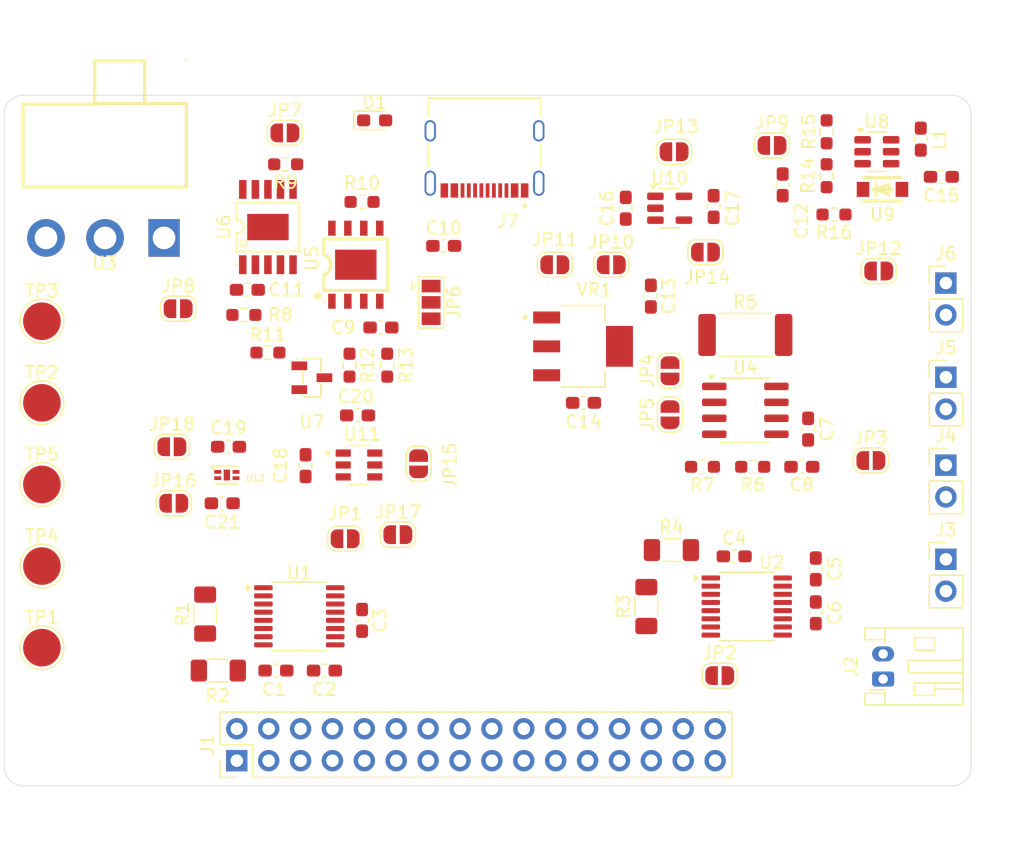
<source format=kicad_pcb>
(kicad_pcb (version 20240108) (generator "pcbnew") (generator_version "8.0")
  (title_block (title "Power Module PCB") (date "2025-03-27") (rev "1") (company "University of Cape Town") (comment 3 "@Author: Athenkosi Khonzani [KHNATH002], Olwethu Khanzi [KHNOLW003]"))
  (layers (0 "F.Cu" signal) (31 "B.Cu" signal) (34 "B.Paste" user) (35 "F.Paste" user) (36 "B.SilkS" user "B.Silkscreen") (37 "F.SilkS" user "F.Silkscreen") (38 "B.Mask" user) (39 "F.Mask" user) (44 "Edge.Cuts" user))
  (net 0 "")
  (net 1 "+5V")
  (net 2 "GND")
  (net 3 "/Motor_Drivers/VCP1")
  (net 4 "Net-(JP12-A)")
  (net 5 "/Motor_Drivers/VCP2")
  (net 6 "+BATT")
  (net 7 "Net-(D1-A)")
  (net 8 "Net-(JP2-A)")
  (net 9 "Net-(JP5-B)")
  (net 10 "Net-(JP9-B)")
  (net 11 "Net-(JP11-A)")
  (net 12 "Net-(D1-K)")
  (net 13 "Net-(U8-SW)")
  (net 14 "/Usb_Charging/DP")
  (net 15 "/Usb_Charging/DM")
  (net 16 "+9V")
  (net 17 "FAST_CHRG_CTRL")
  (net 18 "M3_B_IN")
  (net 19 "M1_A_OUT")
  (net 20 "M4_B_OUT")
  (net 21 "+3.3V")
  (net 22 "M4_B_IN")
  (net 23 "M3_B_OUT")
  (net 24 "SCL")
  (net 25 "M2_B_IN")
  (net 26 "M3_A_IN")
  (net 27 "M4_A_OUT")
  (net 28 "M4_A_IN")
  (net 29 "LOUT2")
  (net 30 "M1_B_OUT")
  (net 31 "M3_A_OUT")
  (net 32 "5V_out")
  (net 33 "SDA")
  (net 34 "M2_B_OUT")
  (net 35 "LCTRL1")
  (net 36 "M2_A_OUT")
  (net 37 "LCTRL2")
  (net 38 "M1_A_IN")
  (net 39 "M1_B_IN")
  (net 40 "M2_A_IN")
  (net 41 "LOUT1")
  (net 42 "LOAD")
  (net 43 "Net-(JP14-A)")
  (net 44 "Net-(JP16-B)")
  (net 45 "/Usb_Charging/RPROG")
  (net 46 "/Usb_Charging/CHRG")
  (net 47 "Net-(U8-FB)")
  (net 48 "LCRTL1")
  (net 50 "Net-(U6-VBUS)")
  (net 52 "Net-(U1-VINT)")
  (net 53 "Net-(JP1-A)")
  (net 54 "Net-(U2-VINT)")
  (net 55 "Net-(JP3-A)")
  (net 56 "Net-(JP10-B)")
  (net 57 "Net-(JP13-B)")
  (net 58 "Net-(JP15-B)")
  (net 59 "Net-(JP17-A)")
  (net 60 "Net-(JP18-A)")
  (net 64 "Net-(J7-CC1)")
  (net 71 "Net-(J7-CC2)")
  (net 72 "Net-(JP4-B)")
  (net 73 "Net-(JP6-C)")
  (net 74 "Net-(JP7-A)")
  (net 75 "Net-(R1-Pad2)")
  (net 76 "Net-(U1-AISEN)")
  (net 77 "Net-(U2-AISEN)")
  (net 78 "Net-(R3-Pad2)")
  (net 79 "Net-(U4-IN+)")
  (net 80 "Net-(U7-B)")
  (net 81 "Net-(U7-C)")
  (net 82 "Net-(R14-Pad2)")
  (footprint "Connector_PinHeader_2.54mm:PinHeader_1x02_P2.54mm_Vertical" (layer "F.Cu") (at 170 106.96)
    (property "Reference" "J3" (at 0 -2.33 0) (layer "F.SilkS"))
    (property "Value" "Conn_01x02_Pin")
    (pad "1" thru_hole rect (at 0 0) (size 1.7 1.7) (drill 1) (layers "*.Cu" "*.Mask") (net 21 "+3.3V"))
    (pad "2" thru_hole oval (at 0 2.54) (size 1.7 1.7) (drill 1) (layers "*.Cu" "*.Mask") (net 2 "GND"))
  )
  (footprint "Capacitor_SMD:C_0603_1608Metric_Pad1.08x0.95mm_HandSolder" (layer "F.Cu") (at 157 77.1375 90)
    (property "Reference" "C12" (at -2.8625 1.5 90) (layer "F.SilkS"))
    (property "Value" "22u")
    (pad "1" smd roundrect (at -0.8625 0 90) (size 1.075 0.95) (layers "F.Cu" "F.Paste" "F.Mask") (net 10 "Net-(JP9-B)"))
    (pad "2" smd roundrect (at 0.8625 0 90) (size 1.075 0.95) (layers "F.Cu" "F.Paste" "F.Mask") (net 2 "GND"))
  )
  (footprint "Capacitor_SMD:C_0603_1608Metric_Pad1.08x0.95mm_HandSolder" (layer "F.Cu") (at 159.6375 107.725 90)
    (property "Reference" "C5" (at 0 1.5 90) (layer "F.SilkS"))
    (property "Value" "10u")
    (pad "1" smd roundrect (at -0.8625 0 90) (size 1.075 0.95) (layers "F.Cu" "F.Paste" "F.Mask") (net 8 "Net-(JP2-A)"))
    (pad "2" smd roundrect (at 0.8625 0 90) (size 1.075 0.95) (layers "F.Cu" "F.Paste" "F.Mask") (net 2 "GND"))
  )
  (footprint "footprint:SOT-23-3_L2.9-W1.3-P1.90-LS2.4-BR" (layer "F.Cu") (at 119.5 92.5 180)
    (property "Reference" "U7" (at 0 -3.526213 360) (layer "F.SilkS"))
    (property "Value" "MMBT5551_C2145")
    (pad "1" smd rect (at 1 0.949962 180) (size 1.250013 0.7) (layers "F.Cu" "F.Paste" "F.Mask") (net 80 "Net-(U7-B)"))
    (pad "2" smd rect (at 1 -0.949962 180) (size 1.250013 0.7) (layers "F.Cu" "F.Paste" "F.Mask") (net 2 "GND"))
    (pad "3" smd rect (at -1 0 180) (size 1.250013 0.7) (layers "F.Cu" "F.Paste" "F.Mask") (net 81 "Net-(U7-C)"))
  )
  (footprint "Resistor_SMD:R_1206_3216Metric_Pad1.30x1.75mm_HandSolder" (layer "F.Cu") (at 146.1375 110.725 90)
    (property "Reference" "R3" (at 0 -1.82 90) (layer "F.SilkS"))
    (property "Value" "100m")
    (pad "1" smd roundrect (at -1.55 0 90) (size 1.3 1.75) (layers "F.Cu" "F.Paste" "F.Mask") (roundrect_rratio 0.192308) (net 77 "Net-(U2-AISEN)"))
    (pad "2" smd roundrect (at 1.55 0 90) (size 1.3 1.75) (layers "F.Cu" "F.Paste" "F.Mask") (roundrect_rratio 0.192308) (net 78 "Net-(R3-Pad2)"))
  )
  (footprint "TestPoint:TestPoint_Pad_D3.0mm" (layer "F.Cu") (at 98 94.5)
    (property "Reference" "TP2" (at 0 -2.398 0) (layer "F.SilkS"))
    (property "Value" "+3.3V")
    (pad "1" smd circle (at 0 0) (size 3 3) (layers "F.Cu" "F.Mask") (net 21 "+3.3V"))
  )
  (footprint "footprint:ESOP-8_L4.9-W3.9-P1.27-LS6.0-BL-EP" (layer "F.Cu") (at 123 83.5)
    (property "Reference" "U5" (at -3.5 -0.5 90) (layer "F.SilkS"))
    (property "Value" "TP4056")
    (pad "1" smd rect (at -1.905004 2.908306) (size 0.6 1.2) (layers "F.Cu" "F.Paste" "F.Mask") (net 2 "GND"))
    (pad "2" smd rect (at -0.635001 2.908306) (size 0.6 1.2) (layers "F.Cu" "F.Paste" "F.Mask") (net 45 "/Usb_Charging/RPROG"))
    (pad "3" smd rect (at 0.635001 2.908306) (size 0.6 1.2) (layers "F.Cu" "F.Paste" "F.Mask") (net 2 "GND"))
    (pad "4" smd rect (at 1.905004 2.908306) (size 0.6 1.2) (layers "F.Cu" "F.Paste" "F.Mask") (net 1 "+5V"))
    (pad "5" smd rect (at 1.905004 -2.908306) (size 0.6 1.2) (layers "F.Cu" "F.Paste" "F.Mask") (net 6 "+BATT"))
    (pad "6" smd rect (at 0.635001 -2.908306) (size 0.6 1.2) (layers "F.Cu" "F.Paste" "F.Mask") (net 2 "GND"))
    (pad "7" smd rect (at -0.635001 -2.908306) (size 0.6 1.2) (layers "F.Cu" "F.Paste" "F.Mask") (net 46 "/Usb_Charging/CHRG"))
    (pad "8" smd rect (at -1.905004 -2.908306) (size 0.6 1.2) (layers "F.Cu" "F.Paste" "F.Mask") (net 1 "+5V"))
    (pad "9" smd rect (at 0 0 180) (size 3.3 2.4) (layers "F.Cu" "F.Paste" "F.Mask") (net 73 "Net-(JP6-C)"))
  )
  (footprint "TestPoint:TestPoint_Pad_D3.0mm" (layer "F.Cu") (at 98 88)
    (property "Reference" "TP3" (at 0 -2.398 0) (layer "F.SilkS"))
    (property "Value" "+5V")
    (pad "1" smd circle (at 0 0) (size 3 3) (layers "F.Cu" "F.Mask") (net 1 "+5V"))
  )
  (footprint "Jumper:SolderJumper-2_P1.3mm_Open_RoundedPad1.0x1.5mm" (layer "F.Cu") (at 128 99.35 90)
    (property "Reference" "JP15" (at -0.15 2.5 90) (layer "F.SilkS"))
    (property "Value" "sip_in_1")
    (pad "1" smd custom (at -0.65 0 90) (size 1 0.5) (layers "F.Cu" "F.Mask") (net 32 "5V_out") (options (clearance outline) (anchor rect)) (primitives (gr_circle (center 0 0.25) (end 0.5 0.25) (width 0) (fill yes)) (gr_circle (center 0 -0.25) (end 0.5 -0.25) (width 0) (fill yes)) (gr_poly (pts (xy 0.5 0.75) (xy 0 0.75) (xy 0 -0.75) (xy 0.5 -0.75)) (width 0) (fill yes))))
    (pad "2" smd custom (at 0.65 0 90) (size 1 0.5) (layers "F.Cu" "F.Mask") (net 58 "Net-(JP15-B)") (options (clearance outline) (anchor rect)) (primitives (gr_circle (center 0 0.25) (end 0.5 0.25) (width 0) (fill yes)) (gr_circle (center 0 -0.25) (end 0.5 -0.25) (width 0) (fill yes)) (gr_poly (pts (xy 0 0.75) (xy -0.5 0.75) (xy -0.5 -0.75) (xy 0 -0.75)) (width 0) (fill yes))))
  )
  (footprint "Resistor_SMD:R_0603_1608Metric_Pad0.98x0.95mm_HandSolder" (layer "F.Cu") (at 160.5 72.9125 90)
    (property "Reference" "R15" (at 0 -1.43 90) (layer "F.SilkS"))
    (property "Value" "10k")
    (pad "1" smd roundrect (at -0.9125 0 90) (size 0.975 0.95) (layers "F.Cu" "F.Paste" "F.Mask") (net 82 "Net-(R14-Pad2)"))
    (pad "2" smd roundrect (at 0.9125 0 90) (size 0.975 0.95) (layers "F.Cu" "F.Paste" "F.Mask") (net 47 "Net-(U8-FB)"))
  )
  (footprint "TestPoint:TestPoint_Pad_D3.0mm" (layer "F.Cu") (at 98 107.5)
    (property "Reference" "TP4" (at 0 -2.398 0) (layer "F.SilkS"))
    (property "Value" "+9V_usb")
    (pad "1" smd circle (at 0 0) (size 3 3) (layers "F.Cu" "F.Mask") (net 16 "+9V"))
  )
  (footprint "Package_SO:TSSOP-16_4.4x5mm_P0.65mm" (layer "F.Cu") (at 118.5 111.5)
    (property "Reference" "U1" (at 0 -3.45 0) (layer "F.SilkS"))
    (property "Value" "DRV8833PW")
    (pad "1" smd roundrect (at -2.8625 -2.275) (size 1.475 0.4) (layers "F.Cu" "F.Paste" "F.Mask") (net 42 "LOAD"))
    (pad "2" smd roundrect (at -2.8625 -1.625) (size 1.475 0.4) (layers "F.Cu" "F.Paste" "F.Mask") (net 19 "M1_A_OUT"))
    (pad "3" smd roundrect (at -2.8625 -0.975) (size 1.475 0.4) (layers "F.Cu" "F.Paste" "F.Mask") (net 76 "Net-(U1-AISEN)"))
    (pad "4" smd roundrect (at -2.8625 -0.325) (size 1.475 0.4) (layers "F.Cu" "F.Paste" "F.Mask") (net 30 "M1_B_OUT"))
    (pad "5" smd roundrect (at -2.8625 0.325) (size 1.475 0.4) (layers "F.Cu" "F.Paste" "F.Mask") (net 34 "M2_B_OUT"))
    (pad "6" smd roundrect (at -2.8625 0.975) (size 1.475 0.4) (layers "F.Cu" "F.Paste" "F.Mask") (net 76 "Net-(U1-AISEN)"))
    (pad "7" smd roundrect (at -2.8625 1.625) (size 1.475 0.4) (layers "F.Cu" "F.Paste" "F.Mask") (net 36 "M2_A_OUT"))
    (pad "8" smd roundrect (at -2.8625 2.275) (size 1.475 0.4) (layers "F.Cu" "F.Paste" "F.Mask"))
    (pad "9" smd roundrect (at 2.8625 2.275) (size 1.475 0.4) (layers "F.Cu" "F.Paste" "F.Mask") (net 40 "M2_A_IN"))
    (pad "10" smd roundrect (at 2.8625 1.625) (size 1.475 0.4) (layers "F.Cu" "F.Paste" "F.Mask") (net 25 "M2_B_IN"))
    (pad "11" smd roundrect (at 2.8625 0.975) (size 1.475 0.4) (layers "F.Cu" "F.Paste" "F.Mask") (net 3 "/Motor_Drivers/VCP1"))
    (pad "12" smd roundrect (at 2.8625 0.325) (size 1.475 0.4) (layers "F.Cu" "F.Paste" "F.Mask") (net 53 "Net-(JP1-A)"))
    (pad "13" smd roundrect (at 2.8625 -0.325) (size 1.475 0.4) (layers "F.Cu" "F.Paste" "F.Mask") (net 2 "GND"))
    (pad "14" smd roundrect (at 2.8625 -0.975) (size 1.475 0.4) (layers "F.Cu" "F.Paste" "F.Mask") (net 52 "Net-(U1-VINT)"))
    (pad "15" smd roundrect (at 2.8625 -1.625) (size 1.475 0.4) (layers "F.Cu" "F.Paste" "F.Mask") (net 39 "M1_B_IN"))
    (pad "16" smd roundrect (at 2.8625 -2.275) (size 1.475 0.4) (layers "F.Cu" "F.Paste" "F.Mask") (net 38 "M1_A_IN"))
  )
  (footprint "Jumper:SolderJumper-2_P1.3mm_Open_RoundedPad1.0x1.5mm" (layer "F.Cu") (at 108.35 98)
    (property "Reference" "JP18" (at 0 -1.8 0) (layer "F.SilkS"))
    (property "Value" "sip_out_2")
    (pad "1" smd custom (at -0.65 0) (size 1 0.5) (layers "F.Cu" "F.Mask") (net 60 "Net-(JP18-A)") (options (clearance outline) (anchor rect)) (primitives (gr_circle (center 0 0.25) (end 0.5 0.25) (width 0) (fill yes)) (gr_circle (center 0 -0.25) (end 0.5 -0.25) (width 0) (fill yes)) (gr_poly (pts (xy 0.5 0.75) (xy 0 0.75) (xy 0 -0.75) (xy 0.5 -0.75)) (width 0) (fill yes))))
    (pad "2" smd custom (at 0.65 0) (size 1 0.5) (layers "F.Cu" "F.Mask") (net 29 "LOUT2") (options (clearance outline) (anchor rect)) (primitives (gr_circle (center 0 0.25) (end 0.5 0.25) (width 0) (fill yes)) (gr_circle (center 0 -0.25) (end 0.5 -0.25) (width 0) (fill yes)) (gr_poly (pts (xy 0 0.75) (xy -0.5 0.75) (xy -0.5 -0.75) (xy 0 -0.75)) (width 0) (fill yes))))
  )
  (footprint "Jumper:SolderJumper-2_P1.3mm_Open_RoundedPad1.0x1.5mm" (layer "F.Cu") (at 122.15 105.325 180)
    (property "Reference" "JP1" (at 0 2 360) (layer "F.SilkS"))
    (property "Value" "+M1_in")
    (pad "1" smd custom (at -0.65 0 180) (size 1 0.5) (layers "F.Cu" "F.Mask") (net 53 "Net-(JP1-A)") (options (clearance outline) (anchor rect)) (primitives (gr_circle (center 0 0.25) (end 0.5 0.25) (width 0) (fill yes)) (gr_circle (center 0 -0.25) (end 0.5 -0.25) (width 0) (fill yes)) (gr_poly (pts (xy 0.5 0.75) (xy 0 0.75) (xy 0 -0.75) (xy 0.5 -0.75)) (width 0) (fill yes))))
    (pad "2" smd custom (at 0.65 0 180) (size 1 0.5) (layers "F.Cu" "F.Mask") (net 42 "LOAD") (options (clearance outline) (anchor rect)) (primitives (gr_circle (center 0 0.25) (end 0.5 0.25) (width 0) (fill yes)) (gr_circle (center 0 -0.25) (end 0.5 -0.25) (width 0) (fill yes)) (gr_poly (pts (xy 0 0.75) (xy -0.5 0.75) (xy -0.5 -0.75) (xy 0 -0.75)) (width 0) (fill yes))))
  )
  (footprint "Resistor_SMD:R_0603_1608Metric_Pad0.98x0.95mm_HandSolder" (layer "F.Cu") (at 122.5 91.5 -90)
    (property "Reference" "R12" (at 0 -1.43 90) (layer "F.SilkS"))
    (property "Value" "2k")
    (pad "1" smd roundrect (at -0.9125 0 270) (size 0.975 0.95) (layers "F.Cu" "F.Paste" "F.Mask") (net 45 "/Usb_Charging/RPROG"))
    (pad "2" smd roundrect (at 0.9125 0 270) (size 0.975 0.95) (layers "F.Cu" "F.Paste" "F.Mask") (net 81 "Net-(U7-C)"))
  )
  (footprint "Capacitor_SMD:C_0603_1608Metric_Pad1.08x0.95mm_HandSolder" (layer "F.Cu") (at 146.5 86 -90)
    (property "Reference" "C13" (at 0 -1.43 90) (layer "F.SilkS"))
    (property "Value" "0.22u")
    (pad "1" smd roundrect (at -0.8625 0 270) (size 1.075 0.95) (layers "F.Cu" "F.Paste" "F.Mask") (net 56 "Net-(JP10-B)"))
    (pad "2" smd roundrect (at 0.8625 0 270) (size 1.075 0.95) (layers "F.Cu" "F.Paste" "F.Mask") (net 2 "GND"))
  )
  (footprint "Capacitor_SMD:C_0603_1608Metric_Pad1.08x0.95mm_HandSolder" (layer "F.Cu") (at 112.8625 98 180)
    (property "Reference" "C19" (at 0 1.5 360) (layer "F.SilkS"))
    (property "Value" "1u")
    (pad "1" smd roundrect (at -0.8625 0 180) (size 1.075 0.95) (layers "F.Cu" "F.Paste" "F.Mask") (net 44 "Net-(JP16-B)"))
    (pad "2" smd roundrect (at 0.8625 0 180) (size 1.075 0.95) (layers "F.Cu" "F.Paste" "F.Mask") (net 2 "GND"))
  )
  (footprint "Jumper:SolderJumper-2_P1.3mm_Open_RoundedPad1.0x1.5mm" (layer "F.Cu") (at 108.5 102.5)
    (property "Reference" "JP16" (at 0 -1.8 0) (layer "F.SilkS"))
    (property "Value" "sip_in_2")
    (pad "1" smd custom (at -0.65 0) (size 1 0.5) (layers "F.Cu" "F.Mask") (net 32 "5V_out") (options (clearance outline) (anchor rect)) (primitives (gr_circle (center 0 0.25) (end 0.5 0.25) (width 0) (fill yes)) (gr_circle (center 0 -0.25) (end 0.5 -0.25) (width 0) (fill yes)) (gr_poly (pts (xy 0.5 0.75) (xy 0 0.75) (xy 0 -0.75) (xy 0.5 -0.75)) (width 0) (fill yes))))
    (pad "2" smd custom (at 0.65 0) (size 1 0.5) (layers "F.Cu" "F.Mask") (net 44 "Net-(JP16-B)") (options (clearance outline) (anchor rect)) (primitives (gr_circle (center 0 0.25) (end 0.5 0.25) (width 0) (fill yes)) (gr_circle (center 0 -0.25) (end 0.5 -0.25) (width 0) (fill yes)) (gr_poly (pts (xy 0 0.75) (xy -0.5 0.75) (xy -0.5 -0.75) (xy 0 -0.75)) (width 0) (fill yes))))
  )
  (footprint "Jumper:SolderJumper-2_P1.3mm_Open_RoundedPad1.0x1.5mm" (layer "F.Cu") (at 143.35 83.5)
    (property "Reference" "JP10" (at 0 -1.8 0) (layer "F.SilkS"))
    (property "Value" "+9V_in")
    (pad "1" smd custom (at -0.65 0) (size 1 0.5) (layers "F.Cu" "F.Mask") (net 16 "+9V") (options (clearance outline) (anchor rect)) (primitives (gr_circle (center 0 0.25) (end 0.5 0.25) (width 0) (fill yes)) (gr_circle (center 0 -0.25) (end 0.5 -0.25) (width 0) (fill yes)) (gr_poly (pts (xy 0.5 0.75) (xy 0 0.75) (xy 0 -0.75) (xy 0.5 -0.75)) (width 0) (fill yes))))
    (pad "2" smd custom (at 0.65 0) (size 1 0.5) (layers "F.Cu" "F.Mask") (net 56 "Net-(JP10-B)") (options (clearance outline) (anchor rect)) (primitives (gr_circle (center 0 0.25) (end 0.5 0.25) (width 0) (fill yes)) (gr_circle (center 0 -0.25) (end 0.5 -0.25) (width 0) (fill yes)) (gr_poly (pts (xy 0 0.75) (xy -0.5 0.75) (xy -0.5 -0.75) (xy 0 -0.75)) (width 0) (fill yes))))
  )
  (footprint "Connector_PinHeader_2.54mm:PinHeader_1x02_P2.54mm_Vertical" (layer "F.Cu") (at 170 84.96)
    (property "Reference" "J6" (at 0 -2.33 0) (layer "F.SilkS"))
    (property "Value" "Conn_01x02_Pin")
    (pad "1" thru_hole rect (at 0 0) (size 1.7 1.7) (drill 1) (layers "*.Cu" "*.Mask") (net 32 "5V_out"))
    (pad "2" thru_hole oval (at 0 2.54) (size 1.7 1.7) (drill 1) (layers "*.Cu" "*.Mask") (net 2 "GND"))
  )
  (footprint "Resistor_SMD:R_0603_1608Metric_Pad0.98x0.95mm_HandSolder" (layer "F.Cu") (at 150.6125 99.595 180)
    (property "Reference" "R7" (at 0 -1.43 360) (layer "F.SilkS"))
    (property "Value" "4.7k")
    (pad "1" smd roundrect (at -0.9125 0 180) (size 0.975 0.95) (layers "F.Cu" "F.Paste" "F.Mask") (net 55 "Net-(JP3-A)"))
    (pad "2" smd roundrect (at 0.9125 0 180) (size 0.975 0.95) (layers "F.Cu" "F.Paste" "F.Mask") (net 9 "Net-(JP5-B)"))
  )
  (footprint "Jumper:SolderJumper-2_P1.3mm_Open_RoundedPad1.0x1.5mm" (layer "F.Cu") (at 151.9875 116.225)
    (property "Reference" "JP2" (at 0 -1.8 0) (layer "F.SilkS"))
    (property "Value" "+M2_in")
    (pad "1" smd custom (at -0.65 0) (size 1 0.5) (layers "F.Cu" "F.Mask") (net 8 "Net-(JP2-A)") (options (clearance outline) (anchor rect)) (primitives (gr_circle (center 0 0.25) (end 0.5 0.25) (width 0) (fill yes)) (gr_circle (center 0 -0.25) (end 0.5 -0.25) (width 0) (fill yes)) (gr_poly (pts (xy 0.5 0.75) (xy 0 0.75) (xy 0 -0.75) (xy 0.5 -0.75)) (width 0) (fill yes))))
    (pad "2" smd custom (at 0.65 0) (size 1 0.5) (layers "F.Cu" "F.Mask") (net 42 "LOAD") (options (clearance outline) (anchor rect)) (primitives (gr_circle (center 0 0.25) (end 0.5 0.25) (width 0) (fill yes)) (gr_circle (center 0 -0.25) (end 0.5 -0.25) (width 0) (fill yes)) (gr_poly (pts (xy 0 0.75) (xy -0.5 0.75) (xy -0.5 -0.75) (xy 0 -0.75)) (width 0) (fill yes))))
  )
  (footprint "TYPE-C-31-M-12:HRO_TYPE-C-31-M-12" (layer "F.Cu") (at 133.25 72.8375 180)
    (property "Reference" "J7" (at -1.85 -7.205 360) (layer "F.SilkS"))
    (property "Value" "TYPE-C-31-M-12")
    (pad "" np_thru_hole circle (at -2.89 -3.68 180) (size 0.6 0.6) (drill 0.6) (layers "*.Cu" "*.Mask"))
    (pad "" np_thru_hole circle (at 2.89 -3.68 180) (size 0.6 0.6) (drill 0.6) (layers "*.Cu" "*.Mask"))
    (pad "A1_B12" smd rect (at -3.2 -4.75 180) (size 0.6 1.14) (layers "F.Cu" "F.Paste") (net 2 "GND"))
    (pad "A4_B9" smd rect (at -2.4 -4.75 180) (size 0.6 1.14) (layers "F.Cu" "F.Paste") (net 16 "+9V"))
    (pad "A5" smd rect (at -1.25 -4.75 180) (size 0.3 1.14) (layers "F.Cu" "F.Paste") (net 64 "Net-(J7-CC1)"))
    (pad "A6" smd rect (at -0.25 -4.75 180) (size 0.3 1.14) (layers "F.Cu" "F.Paste") (net 14 "/Usb_Charging/DP"))
    (pad "A7" smd rect (at 0.25 -4.75 180) (size 0.3 1.14) (layers "F.Cu" "F.Paste") (net 15 "/Usb_Charging/DM"))
    (pad "A8" smd rect (at 1.25 -4.75 180) (size 0.3 1.14) (layers "F.Cu" "F.Paste"))
    (pad "B1_A12" smd rect (at 3.2 -4.75 180) (size 0.6 1.14) (layers "F.Cu" "F.Paste") (net 2 "GND"))
    (pad "B4_A9" smd rect (at 2.4 -4.75 180) (size 0.6 1.14) (layers "F.Cu" "F.Paste") (net 16 "+9V"))
    (pad "B5" smd rect (at 1.75 -4.75 180) (size 0.3 1.14) (layers "F.Cu" "F.Paste") (net 71 "Net-(J7-CC2)"))
    (pad "B6" smd rect (at 0.75 -4.75 180) (size 0.3 1.14) (layers "F.Cu" "F.Paste") (net 14 "/Usb_Charging/DP"))
    (pad "B7" smd rect (at -0.75 -4.75 180) (size 0.3 1.14) (layers "F.Cu" "F.Paste") (net 15 "/Usb_Charging/DM"))
    (pad "B8" smd rect (at -1.75 -4.75 180) (size 0.3 1.14) (layers "F.Cu" "F.Paste"))
    (pad "S1" thru_hole oval (at -4.325 -4.17 180) (size 0.9 2) (drill oval 0.6 1.7) (layers "*.Cu" "*.Mask"))
    (pad "S2" thru_hole oval (at 4.325 -4.17 180) (size 0.9 2) (drill oval 0.6 1.7) (layers "*.Cu" "*.Mask"))
    (pad "S3" thru_hole oval (at -4.325 0 180) (size 0.9 1.7) (drill oval 0.6 1.4) (layers "*.Cu" "*.Mask"))
    (pad "S4" thru_hole oval (at 4.325 0 180) (size 0.9 1.7) (drill oval 0.6 1.4) (layers "*.Cu" "*.Mask"))
  )
  (footprint "footprint:TDFN-4_L1.2-W1.6-P0.50-BL-EP" (layer "F.Cu") (at 112.729972 100.250089 -90)
    (property "Reference" "U12" (at 0.249911 -2.270028 0) (layer "F.SilkS") (effects (font (size 0.5 0.5) (thickness 0.1))))
    (property "Value" "SIP32431DNP3-T1GE4")
    (pad "1" smd rect (at -0.249936 0.729972 90) (size 0.3 0.550013) (layers "F.Cu" "F.Paste" "F.Mask") (net 60 "Net-(JP18-A)"))
    (pad "2" smd rect (at 0.249911 0.729972 90) (size 0.3 0.550013) (layers "F.Cu" "F.Paste" "F.Mask") (net 2 "GND"))
    (pad "3" smd rect (at 0.249911 -0.729997 90) (size 0.3 0.550013) (layers "F.Cu" "F.Paste" "F.Mask") (net 44 "Net-(JP16-B)"))
    (pad "4" smd rect (at -0.249936 -0.729997 90) (size 0.3 0.550013) (layers "F.Cu" "F.Paste" "F.Mask") (net 37 "LCTRL2"))
    (pad "5" smd rect (at 0.000025 -0.000025 180) (size 0.5 0.859995) (layers "F.Cu" "F.Paste" "F.Mask") (net 2 "GND"))
  )
  (footprint "Connector_PinHeader_2.54mm:PinHeader_1x02_P2.54mm_Vertical" (layer "F.Cu") (at 170 99.46)
    (property "Reference" "J4" (at 0 -2.33 0) (layer "F.SilkS"))
    (property "Value" "Conn_01x02_Pin")
    (pad "1" thru_hole rect (at 0 0) (size 1.7 1.7) (drill 1) (layers "*.Cu" "*.Mask") (net 1 "+5V"))
    (pad "2" thru_hole oval (at 0 2.54) (size 1.7 1.7) (drill 1) (layers "*.Cu" "*.Mask") (net 2 "GND"))
  )
  (footprint "Jumper:SolderJumper-2_P1.3mm_Open_RoundedPad1.0x1.5mm" (layer "F.Cu") (at 164.65 84)
    (property "Reference" "JP12" (at 0 -1.8 0) (layer "F.SilkS"))
    (property "Value" "+5_out")
    (pad "1" smd custom (at -0.65 0) (size 1 0.5) (layers "F.Cu" "F.Mask") (net 4 "Net-(JP12-A)") (options (clearance outline) (anchor rect)) (primitives (gr_circle (center 0 0.25) (end 0.5 0.25) (width 0) (fill yes)) (gr_circle (center 0 -0.25) (end 0.5 -0.25) (width 0) (fill yes)) (gr_poly (pts (xy 0.5 0.75) (xy 0 0.75) (xy 0 -0.75) (xy 0.5 -0.75)) (width 0) (fill yes))))
    (pad "2" smd custom (at 0.65 0) (size 1 0.5) (layers "F.Cu" "F.Mask") (net 32 "5V_out") (options (clearance outline) (anchor rect)) (primitives (gr_circle (center 0 0.25) (end 0.5 0.25) (width 0) (fill yes)) (gr_circle (center 0 -0.25) (end 0.5 -0.25) (width 0) (fill yes)) (gr_poly (pts (xy 0 0.75) (xy -0.5 0.75) (xy -0.5 -0.75) (xy 0 -0.75)) (width 0) (fill yes))))
  )
  (footprint "Package_TO_SOT_SMD:SOT-23-5" (layer "F.Cu") (at 148 79)
    (property "Reference" "U10" (at 0 -2.4 0) (layer "F.SilkS"))
    (property "Value" "AP2112K-3.3")
    (pad "1" smd roundrect (at -1.1375 -0.95) (size 1.325 0.6) (layers "F.Cu" "F.Paste" "F.Mask") (net 57 "Net-(JP13-B)"))
    (pad "2" smd roundrect (at -1.1375 0) (size 1.325 0.6) (layers "F.Cu" "F.Paste" "F.Mask") (net 2 "GND"))
    (pad "3" smd roundrect (at -1.1375 0.95) (size 1.325 0.6) (layers "F.Cu" "F.Paste" "F.Mask") (net 57 "Net-(JP13-B)"))
    (pad "4" smd roundrect (at 1.1375 0.95) (size 1.325 0.6) (layers "F.Cu" "F.Paste" "F.Mask"))
    (pad "5" smd roundrect (at 1.1375 -0.95) (size 1.325 0.6) (layers "F.Cu" "F.Paste" "F.Mask") (net 43 "Net-(JP14-A)"))
  )
  (footprint "Jumper:SolderJumper-2_P1.3mm_Open_RoundedPad1.0x1.5mm" (layer "F.Cu") (at 108.85 87)
    (property "Reference" "JP8" (at 0 -1.8 0) (layer "F.SilkS"))
    (property "Value" "+5_ch")
    (pad "1" smd custom (at -0.65 0) (size 1 0.5) (layers "F.Cu" "F.Mask") (net 7 "Net-(D1-A)") (options (clearance outline) (anchor rect)) (primitives (gr_circle (center 0 0.25) (end 0.5 0.25) (width 0) (fill yes)) (gr_circle (center 0 -0.25) (end 0.5 -0.25) (width 0) (fill yes)) (gr_poly (pts (xy 0.5 0.75) (xy 0 0.75) (xy 0 -0.75) (xy 0.5 -0.75)) (width 0) (fill yes))))
    (pad "2" smd custom (at 0.65 0) (size 1 0.5) (layers "F.Cu" "F.Mask") (net 1 "+5V") (options (clearance outline) (anchor rect)) (primitives (gr_circle (center 0 0.25) (end 0.5 0.25) (width 0) (fill yes)) (gr_circle (center 0 -0.25) (end 0.5 -0.25) (width 0) (fill yes)) (gr_poly (pts (xy 0 0.75) (xy -0.5 0.75) (xy -0.5 -0.75) (xy 0 -0.75)) (width 0) (fill yes))))
  )
  (footprint "Capacitor_SMD:C_0603_1608Metric_Pad1.08x0.95mm_HandSolder" (layer "F.Cu") (at 151.5 78.8625 90)
    (property "Reference" "C17" (at -0.1375 1.5 90) (layer "F.SilkS"))
    (property "Value" "1u")
    (pad "1" smd roundrect (at -0.8625 0 90) (size 1.075 0.95) (layers "F.Cu" "F.Paste" "F.Mask") (net 43 "Net-(JP14-A)"))
    (pad "2" smd roundrect (at 0.8625 0 90) (size 1.075 0.95) (layers "F.Cu" "F.Paste" "F.Mask") (net 2 "GND"))
  )
  (footprint "Capacitor_SMD:C_0603_1608Metric_Pad1.08x0.95mm_HandSolder" (layer "F.Cu") (at 112.3625 102.5)
    (property "Reference" "C21" (at 0 1.5 0) (layer "F.SilkS"))
    (property "Value" "100n")
    (pad "1" smd roundrect (at -0.8625 0) (size 1.075 0.95) (layers "F.Cu" "F.Paste" "F.Mask") (net 60 "Net-(JP18-A)"))
    (pad "2" smd roundrect (at 0.8625 0) (size 1.075 0.95) (layers "F.Cu" "F.Paste" "F.Mask") (net 2 "GND"))
  )
  (footprint "Resistor_SMD:R_0603_1608Metric_Pad0.98x0.95mm_HandSolder" (layer "F.Cu") (at 154.6125 99.595 180)
    (property "Reference" "R6" (at 0 -1.43 360) (layer "F.SilkS"))
    (property "Value" "4.7k")
    (pad "1" smd roundrect (at -0.9125 0 180) (size 0.975 0.95) (layers "F.Cu" "F.Paste" "F.Mask") (net 55 "Net-(JP3-A)"))
    (pad "2" smd roundrect (at 0.9125 0 180) (size 0.975 0.95) (layers "F.Cu" "F.Paste" "F.Mask") (net 72 "Net-(JP4-B)"))
  )
  (footprint "Capacitor_SMD:C_0603_1608Metric_Pad1.08x0.95mm_HandSolder" (layer "F.Cu") (at 169.6375 76.5)
    (property "Reference" "C15" (at 0 1.5 0) (layer "F.SilkS"))
    (property "Value" "22u")
    (pad "1" smd roundrect (at -0.8625 0) (size 1.075 0.95) (layers "F.Cu" "F.Paste" "F.Mask") (net 4 "Net-(JP12-A)"))
    (pad "2" smd roundrect (at 0.8625 0) (size 1.075 0.95) (layers "F.Cu" "F.Paste" "F.Mask") (net 2 "GND"))
  )
  (footprint "LM7805MPX_NOPB:VREG_LM7805MPX_NOPB" (layer "F.Cu") (at 141.1 90)
    (property "Reference" "VR1" (at 0.9 -4.5 0) (layer "F.SilkS"))
    (property "Value" "LM7805MPX_NOPB")
    (pad "1" smd rect (at -2.9 -2.3) (size 2.15 0.95) (layers "F.Cu" "F.Paste" "F.Mask") (net 56 "Net-(JP10-B)"))
    (pad "2" smd rect (at -2.9 0) (size 2.15 0.95) (layers "F.Cu" "F.Paste" "F.Mask") (net 2 "GND"))
    (pad "3" smd rect (at -2.9 2.3) (size 2.15 0.95) (layers "F.Cu" "F.Paste" "F.Mask") (net 11 "Net-(JP11-A)"))
    (pad "4" smd rect (at 2.9 0) (size 2.15 3.25) (layers "F.Cu" "F.Paste" "F.Mask") (net 2 "GND"))
  )
  (footprint "Jumper:SolderJumper-2_P1.3mm_Open_RoundedPad1.0x1.5mm" (layer "F.Cu") (at 148.025 95.445 90)
    (property "Reference" "JP5" (at 0 -1.8 90) (layer "F.SilkS"))
    (property "Value" "pp_2")
    (pad "1" smd custom (at -0.65 0 90) (size 1 0.5) (layers "F.Cu" "F.Mask") (net 24 "SCL") (options (clearance outline) (anchor rect)) (primitives (gr_circle (center 0 0.25) (end 0.5 0.25) (width 0) (fill yes)) (gr_circle (center 0 -0.25) (end 0.5 -0.25) (width 0) (fill yes)) (gr_poly (pts (xy 0.5 0.75) (xy 0 0.75) (xy 0 -0.75) (xy 0.5 -0.75)) (width 0) (fill yes))))
    (pad "2" smd custom (at 0.65 0 90) (size 1 0.5) (layers "F.Cu" "F.Mask") (net 9 "Net-(JP5-B)") (options (clearance outline) (anchor rect)) (primitives (gr_circle (center 0 0.25) (end 0.5 0.25) (width 0) (fill yes)) (gr_circle (center 0 -0.25) (end 0.5 -0.25) (width 0) (fill yes)) (gr_poly (pts (xy 0 0.75) (xy -0.5 0.75) (xy -0.5 -0.75) (xy 0 -0.75)) (width 0) (fill yes))))
  )
  (footprint "Resistor_SMD:R_0603_1608Metric_Pad0.98x0.95mm_HandSolder" (layer "F.Cu") (at 125.5 91.5 90)
    (property "Reference" "R13" (at 0 1.5 90) (layer "F.SilkS"))
    (property "Value" "3k")
    (pad "1" smd roundrect (at -0.9125 0 90) (size 0.975 0.95) (layers "F.Cu" "F.Paste" "F.Mask") (net 81 "Net-(U7-C)"))
    (pad "2" smd roundrect (at 0.9125 0 90) (size 0.975 0.95) (layers "F.Cu" "F.Paste" "F.Mask") (net 2 "GND"))
  )
  (footprint "Package_SO:TSSOP-16_4.4x5mm_P0.65mm" (layer "F.Cu") (at 154.1375 110.725)
    (property "Reference" "U2" (at 2 -3.5 0) (layer "F.SilkS"))
    (property "Value" "DRV8833PW")
    (pad "1" smd roundrect (at -2.8625 -2.275) (size 1.475 0.4) (layers "F.Cu" "F.Paste" "F.Mask") (net 42 "LOAD"))
    (pad "2" smd roundrect (at -2.8625 -1.625) (size 1.475 0.4) (layers "F.Cu" "F.Paste" "F.Mask") (net 31 "M3_A_OUT"))
    (pad "3" smd roundrect (at -2.8625 -0.975) (size 1.475 0.4) (layers "F.Cu" "F.Paste" "F.Mask") (net 77 "Net-(U2-AISEN)"))
    (pad "4" smd roundrect (at -2.8625 -0.325) (size 1.475 0.4) (layers "F.Cu" "F.Paste" "F.Mask") (net 23 "M3_B_OUT"))
    (pad "5" smd roundrect (at -2.8625 0.325) (size 1.475 0.4) (layers "F.Cu" "F.Paste" "F.Mask") (net 20 "M4_B_OUT"))
    (pad "6" smd roundrect (at -2.8625 0.975) (size 1.475 0.4) (layers "F.Cu" "F.Paste" "F.Mask") (net 77 "Net-(U2-AISEN)"))
    (pad "7" smd roundrect (at -2.8625 1.625) (size 1.475 0.4) (layers "F.Cu" "F.Paste" "F.Mask") (net 27 "M4_A_OUT"))
    (pad "8" smd roundrect (at -2.8625 2.275) (size 1.475 0.4) (layers "F.Cu" "F.Paste" "F.Mask"))
    (pad "9" smd roundrect (at 2.8625 2.275) (size 1.475 0.4) (layers "F.Cu" "F.Paste" "F.Mask") (net 28 "M4_A_IN"))
    (pad "10" smd roundrect (at 2.8625 1.625) (size 1.475 0.4) (layers "F.Cu" "F.Paste" "F.Mask") (net 22 "M4_B_IN"))
    (pad "11" smd roundrect (at 2.8625 0.975) (size 1.475 0.4) (layers "F.Cu" "F.Paste" "F.Mask") (net 5 "/Motor_Drivers/VCP2"))
    (pad "12" smd roundrect (at 2.8625 0.325) (size 1.475 0.4) (layers "F.Cu" "F.Paste" "F.Mask") (net 8 "Net-(JP2-A)"))
    (pad "13" smd roundrect (at 2.8625 -0.325) (size 1.475 0.4) (layers "F.Cu" "F.Paste" "F.Mask") (net 2 "GND"))
    (pad "14" smd roundrect (at 2.8625 -0.975) (size 1.475 0.4) (layers "F.Cu" "F.Paste" "F.Mask") (net 54 "Net-(U2-VINT)"))
    (pad "15" smd roundrect (at 2.8625 -1.625) (size 1.475 0.4) (layers "F.Cu" "F.Paste" "F.Mask") (net 18 "M3_B_IN"))
    (pad "16" smd roundrect (at 2.8625 -2.275) (size 1.475 0.4) (layers "F.Cu" "F.Paste" "F.Mask") (net 26 "M3_A_IN"))
  )
  (footprint "Resistor_SMD:R_0603_1608Metric_Pad0.98x0.95mm_HandSolder" (layer "F.Cu") (at 161.0875 79.5 180)
    (property "Reference" "R16" (at 0 -1.43 360) (layer "F.SilkS"))
    (property "Value" "15k")
    (pad "1" smd roundrect (at -0.9125 0 180) (size 0.975 0.95) (layers "F.Cu" "F.Paste" "F.Mask") (net 47 "Net-(U8-FB)"))
    (pad "2" smd roundrect (at 0.9125 0 180) (size 0.975 0.95) (layers "F.Cu" "F.Paste" "F.Mask") (net 2 "GND"))
  )
  (footprint "Resistor_SMD:R_0603_1608Metric_Pad0.98x0.95mm_HandSolder" (layer "F.Cu") (at 123.5 78.5 180)
    (property "Reference" "R10" (at 0 1.5 360) (layer "F.SilkS"))
    (property "Value" "1k")
    (pad "1" smd roundrect (at -0.9125 0 180) (size 0.975 0.95) (layers "F.Cu" "F.Paste" "F.Mask") (net 12 "Net-(D1-K)"))
    (pad "2" smd roundrect (at 0.9125 0 180) (size 0.975 0.95) (layers "F.Cu" "F.Paste" "F.Mask") (net 46 "/Usb_Charging/CHRG"))
  )
  (footprint "Capacitor_SMD:C_0603_1608Metric_Pad1.08x0.95mm_HandSolder" (layer "F.Cu") (at 120.5 115.825)
    (property "Reference" "C2" (at 0 1.5 0) (layer "F.SilkS"))
    (property "Value" "10u")
    (pad "1" smd roundrect (at -0.8625 0) (size 1.075 0.95) (layers "F.Cu" "F.Paste" "F.Mask") (net 53 "Net-(JP1-A)"))
    (pad "2" smd roundrect (at 0.8625 0) (size 1.075 0.95) (layers "F.Cu" "F.Paste" "F.Mask") (net 2 "GND"))
  )
  (footprint "Jumper:SolderJumper-2_P1.3mm_Open_RoundedPad1.0x1.5mm" (layer "F.Cu") (at 126.35 105)
    (property "Reference" "JP17" (at 0 -1.8 0) (layer "F.SilkS"))
    (property "Value" "sip_out_1")
    (pad "1" smd custom (at -0.65 0) (size 1 0.5) (layers "F.Cu" "F.Mask") (net 59 "Net-(JP17-A)") (options (clearance outline) (anchor rect)) (primitives (gr_circle (center 0 0.25) (end 0.5 0.25) (width 0) (fill yes)) (gr_circle (center 0 -0.25) (end 0.5 -0.25) (width 0) (fill yes)) (gr_poly (pts (xy 0.5 0.75) (xy 0 0.75) (xy 0 -0.75) (xy 0.5 -0.75)) (width 0) (fill yes))))
    (pad "2" smd custom (at 0.65 0) (size 1 0.5) (layers "F.Cu" "F.Mask") (net 41 "LOUT1") (options (clearance outline) (anchor rect)) (primitives (gr_circle (center 0 0.25) (end 0.5 0.25) (width 0) (fill yes)) (gr_circle (center 0 -0.25) (end 0.5 -0.25) (width 0) (fill yes)) (gr_poly (pts (xy 0 0.75) (xy -0.5 0.75) (xy -0.5 -0.75) (xy 0 -0.75)) (width 0) (fill yes))))
  )
  (footprint "footprint:SW-TH_3P-P4.70_L11.1-W12.7" (layer "F.Cu") (at 103.024994 81.3635 180)
    (property "Reference" "U3" (at 0.024994 -2 360) (layer "F.SilkS"))
    (property "Value" "SS-12D06L5")
    (pad "1" thru_hole rect (at -4.700025 0 180) (size 2.5 3) (drill 1.8) (layers "*.Cu" "*.Mask") (net 79 "Net-(U4-IN+)"))
    (pad "2" thru_hole circle (at 0 0 180) (size 3 3) (drill 1.8) (layers "*.Cu" "*.Mask") (net 6 "+BATT"))
    (pad "3" thru_hole circle (at 4.700025 0 180) (size 3 3) (drill 1.8) (layers "*.Cu" "*.Mask"))
  )
  (footprint "footprint:ESSOP-10_L4.9-W3.9-P1.0-LS6.0-TL-EP" (layer "F.Cu") (at 116 80.5)
    (property "Reference" "U6" (at -3.499924 -0.000127 90) (layer "F.SilkS"))
    (property "Value" "CH224K")
    (pad "1" smd rect (at -1.999924 3.000127 90) (size 1.5 0.6) (layers "F.Cu" "F.Paste" "F.Mask") (net 1 "+5V"))
    (pad "2" smd rect (at -0.999924 3.000127 90) (size 1.5 0.6) (layers "F.Cu" "F.Paste" "F.Mask") (net 2 "GND"))
    (pad "3" smd rect (at 0.000076 3.000127 90) (size 1.5 0.6) (layers "F.Cu" "F.Paste" "F.Mask") (net 2 "GND"))
    (pad "4" smd rect (at 1.000076 3.000127 90) (size 1.5 0.6) (layers "F.Cu" "F.Paste" "F.Mask") (net 14 "/Usb_Charging/DP"))
    (pad "5" smd rect (at 2.000076 3.000127 90) (size 1.5 0.6) (layers "F.Cu" "F.Paste" "F.Mask") (net 15 "/Usb_Charging/DM"))
    (pad "6" smd rect (at 2.000076 -2.999873 90) (size 1.5 0.6) (layers "F.Cu" "F.Paste" "F.Mask") (net 64 "Net-(J7-CC1)"))
    (pad "7" smd rect (at 1.000076 -3.000127 90) (size 1.5 0.6) (layers "F.Cu" "F.Paste" "F.Mask") (net 71 "Net-(J7-CC2)"))
    (pad "8" smd rect (at 0.000076 -3.000127 90) (size 1.5 0.6) (layers "F.Cu" "F.Paste" "F.Mask") (net 50 "Net-(U6-VBUS)"))
    (pad "9" smd rect (at -0.999924 -3.000127 90) (size 1.5 0.6) (layers "F.Cu" "F.Paste" "F.Mask") (net 2 "GND"))
    (pad "10" smd rect (at -1.999924 -2.999873 90) (size 1.5 0.6) (layers "F.Cu" "F.Paste" "F.Mask"))
    (pad "11" smd rect (at 0.000076 -0.000127 180) (size 3.3 2.1) (layers "F.Cu" "F.Paste" "F.Mask") (net 2 "GND"))
  )
  (footprint "Resistor_SMD:R_0603_1608Metric_Pad0.98x0.95mm_HandSolder" (layer "F.Cu") (at 116 90.5)
    (property "Reference" "R11" (at 0 -1.43 0) (layer "F.SilkS"))
    (property "Value" "1k")
    (pad "1" smd roundrect (at -0.9125 0) (size 0.975 0.95) (layers "F.Cu" "F.Paste" "F.Mask") (net 17 "FAST_CHRG_CTRL"))
    (pad "2" smd roundrect (at 0.9125 0) (size 0.975 0.95) (layers "F.Cu" "F.Paste" "F.Mask") (net 80 "Net-(U7-B)"))
  )
  (footprint "Capacitor_SMD:C_0603_1608Metric_Pad1.08x0.95mm_HandSolder" (layer "F.Cu") (at 125 88.5 180)
    (property "Reference" "C9" (at 3 0 360) (layer "F.SilkS"))
    (property "Value" "10u")
    (pad "1" smd roundrect (at -0.8625 0 180) (size 1.075 0.95) (layers "F.Cu" "F.Paste" "F.Mask") (net 7 "Net-(D1-A)"))
    (pad "2" smd roundrect (at 0.8625 0 180) (size 1.075 0.95) (layers "F.Cu" "F.Paste" "F.Mask") (net 2 "GND"))
  )
  (footprint "Capacitor_SMD:C_0603_1608Metric_Pad1.08x0.95mm_HandSolder" (layer "F.Cu") (at 123.1375 95.5 180)
    (property "Reference" "C20" (at 0.1375 1.5 360) (layer "F.SilkS"))
    (property "Value" "22u")
    (pad "1" smd roundrect (at -0.8625 0 180) (size 1.075 0.95) (layers "F.Cu" "F.Paste" "F.Mask") (net 59 "Net-(JP17-A)"))
    (pad "2" smd roundrect (at 0.8625 0 180) (size 1.075 0.95) (layers "F.Cu" "F.Paste" "F.Mask") (net 2 "GND"))
  )
  (footprint "Jumper:SolderJumper-2_P1.3mm_Open_RoundedPad1.0x1.5mm" (layer "F.Cu") (at 148.025 91.945 90)
    (property "Reference" "JP4" (at 0 -1.8 90) (layer "F.SilkS"))
    (property "Value" "pp_1")
    (pad "1" smd custom (at -0.65 0 90) (size 1 0.5) (layers "F.Cu" "F.Mask") (net 33 "SDA") (options (clearance outline) (anchor rect)) (primitives (gr_circle (center 0 0.25) (end 0.5 0.25) (width 0) (fill yes)) (gr_circle (center 0 -0.25) (end 0.5 -0.25) (width 0) (fill yes)) (gr_poly (pts (xy 0.5 0.75) (xy 0 0.75) (xy 0 -0.75) (xy 0.5 -0.75)) (width 0) (fill yes))))
    (pad "2" smd custom (at 0.65 0 90) (size 1 0.5) (layers "F.Cu" "F.Mask") (net 72 "Net-(JP4-B)") (options (clearance outline) (anchor rect)) (primitives (gr_circle (center 0 0.25) (end 0.5 0.25) (width 0) (fill yes)) (gr_circle (center 0 -0.25) (end 0.5 -0.25) (width 0) (fill yes)) (gr_poly (pts (xy 0 0.75) (xy -0.5 0.75) (xy -0.5 -0.75) (xy 0 -0.75)) (width 0) (fill yes))))
  )
  (footprint "Connector_JST:JST_PH_S2B-PH-K_1x02_P2.00mm_Horizontal" (layer "F.Cu") (at 165 116.5 90)
    (property "Reference" "J2" (at 1 -2.55 90) (layer "F.SilkS"))
    (property "Value" "Conn_01x02_Pin")
    (pad "1" thru_hole roundrect (at 0 0 90) (size 1.2 1.75) (drill 0.75) (layers "*.Cu" "*.Mask") (roundrect_rratio 0.208333) (net 6 "+BATT"))
    (pad "2" thru_hole oval (at 2 0 90) (size 1.2 1.75) (drill 0.75) (layers "*.Cu" "*.Mask") (net 2 "GND"))
  )
  (footprint "Jumper:SolderJumper-2_P1.3mm_Open_RoundedPad1.0x1.5mm" (layer "F.Cu") (at 138.85 83.5 180)
    (property "Reference" "JP11" (at 0 2 360) (layer "F.SilkS"))
    (property "Value" "+5v_l")
    (pad "1" smd custom (at -0.65 0 180) (size 1 0.5) (layers "F.Cu" "F.Mask") (net 11 "Net-(JP11-A)") (options (clearance outline) (anchor rect)) (primitives (gr_circle (center 0 0.25) (end 0.5 0.25) (width 0) (fill yes)) (gr_circle (center 0 -0.25) (end 0.5 -0.25) (width 0) (fill yes)) (gr_poly (pts (xy 0.5 0.75) (xy 0 0.75) (xy 0 -0.75) (xy 0.5 -0.75)) (width 0) (fill yes))))
    (pad "2" smd custom (at 0.65 0 180) (size 1 0.5) (layers "F.Cu" "F.Mask") (net 1 "+5V") (options (clearance outline) (anchor rect)) (primitives (gr_circle (center 0 0.25) (end 0.5 0.25) (width 0) (fill yes)) (gr_circle (center 0 -0.25) (end 0.5 -0.25) (width 0) (fill yes)) (gr_poly (pts (xy 0 0.75) (xy -0.5 0.75) (xy -0.5 -0.75) (xy 0 -0.75)) (width 0) (fill yes))))
  )
  (footprint "Capacitor_SMD:C_0603_1608Metric_Pad1.08x0.95mm_HandSolder" (layer "F.Cu") (at 114.362576 85.499873)
    (property "Reference" "C11" (at 3.137424 0.000127 0) (layer "F.SilkS"))
    (property "Value" "1u")
    (pad "1" smd roundrect (at -0.8625 0) (size 1.075 0.95) (layers "F.Cu" "F.Paste" "F.Mask") (net 1 "+5V"))
    (pad "2" smd roundrect (at 0.8625 0) (size 1.075 0.95) (layers "F.Cu" "F.Paste" "F.Mask") (net 2 "GND"))
  )
  (footprint "Capacitor_SMD:C_0603_1608Metric_Pad1.08x0.95mm_HandSolder" (layer "F.Cu") (at 119 99.5 -90)
    (property "Reference" "C18" (at 0 2 90) (layer "F.SilkS"))
    (property "Value" "1u")
    (pad "1" smd roundrect (at -0.8625 0 270) (size 1.075 0.95) (layers "F.Cu" "F.Paste" "F.Mask") (net 58 "Net-(JP15-B)"))
    (pad "2" smd roundrect (at 0.8625 0 270) (size 1.075 0.95) (layers "F.Cu" "F.Paste" "F.Mask") (net 2 "GND"))
  )
  (footprint "Package_SO:SOIC-8_3.9x4.9mm_P1.27mm" (layer "F.Cu") (at 154.025 95.095)
    (property "Reference" "U4" (at 0 -3.4 0) (layer "F.SilkS"))
    (property "Value" "INA219AxD")
    (pad "1" smd roundrect (at -2.475 -1.905) (size 1.95 0.6) (layers "F.Cu" "F.Paste" "F.Mask") (net 21 "+3.3V"))
    (pad "2" smd roundrect (at -2.475 -0.635) (size 1.95 0.6) (layers "F.Cu" "F.Paste" "F.Mask") (net 2 "GND"))
    (pad "3" smd roundrect (at -2.475 0.635) (size 1.95 0.6) (layers "F.Cu" "F.Paste" "F.Mask") (net 33 "SDA"))
    (pad "4" smd roundrect (at -2.475 1.905) (size 1.95 0.6) (layers "F.Cu" "F.Paste" "F.Mask") (net 24 "SCL"))
    (pad "5" smd roundrect (at 2.475 1.905) (size 1.95 0.6) (layers "F.Cu" "F.Paste" "F.Mask") (net 55 "Net-(JP3-A)"))
    (pad "6" smd roundrect (at 2.475 0.635) (size 1.95 0.6) (layers "F.Cu" "F.Paste" "F.Mask") (net 2 "GND"))
    (pad "7" smd roundrect (at 2.475 -0.635) (size 1.95 0.6) (layers "F.Cu" "F.Paste" "F.Mask") (net 42 "LOAD"))
    (pad "8" smd roundrect (at 2.475 -1.905) (size 1.95 0.6) (layers "F.Cu" "F.Paste" "F.Mask") (net 79 "Net-(U4-IN+)"))
  )
  (footprint "Capacitor_SMD:C_0603_1608Metric_Pad1.08x0.95mm_HandSolder" (layer "F.Cu") (at 153.1375 106.725)
    (property "Reference" "C4" (at 0 -1.43 0) (layer "F.SilkS"))
    (property "Value" "2.2u")
    (pad "1" smd roundrect (at -0.8625 0) (size 1.075 0.95) (layers "F.Cu" "F.Paste" "F.Mask") (net 2 "GND"))
    (pad "2" smd roundrect (at 0.8625 0) (size 1.075 0.95) (layers "F.Cu" "F.Paste" "F.Mask") (net 54 "Net-(U2-VINT)"))
  )
  (footprint "Capacitor_SMD:C_0603_1608Metric_Pad1.08x0.95mm_HandSolder" (layer "F.Cu") (at 144.5 79 -90)
    (property "Reference" "C16" (at 0 1.5 90) (layer "F.SilkS"))
    (property "Value" "1u")
    (pad "1" smd roundrect (at -0.8625 0 270) (size 1.075 0.95) (layers "F.Cu" "F.Paste" "F.Mask") (net 57 "Net-(JP13-B)"))
    (pad "2" smd roundrect (at 0.8625 0 270) (size 1.075 0.95) (layers "F.Cu" "F.Paste" "F.Mask") (net 2 "GND"))
  )
  (footprint "Capacitor_SMD:C_0603_1608Metric_Pad1.08x0.95mm_HandSolder" (layer "F.Cu") (at 159.025 96.595 90)
    (property "Reference" "C7" (at 0 1.5 90) (layer "F.SilkS"))
    (property "Value" "10u")
    (pad "1" smd roundrect (at -0.8625 0 90) (size 1.075 0.95) (layers "F.Cu" "F.Paste" "F.Mask") (net 55 "Net-(JP3-A)"))
    (pad "2" smd roundrect (at 0.8625 0 90) (size 1.075 0.95) (layers "F.Cu" "F.Paste" "F.Mask") (net 2 "GND"))
  )
  (footprint "Capacitor_SMD:C_0603_1608Metric_Pad1.08x0.95mm_HandSolder" (layer "F.Cu") (at 158.525 99.595 180)
    (property "Reference" "C8" (at 0 -1.43 360) (layer "F.SilkS"))
    (property "Value" "0.1u")
    (pad "1" smd roundrect (at -0.8625 0 180) (size 1.075 0.95) (layers "F.Cu" "F.Paste" "F.Mask") (net 55 "Net-(JP3-A)"))
    (pad "2" smd roundrect (at 0.8625 0 180) (size 1.075 0.95) (layers "F.Cu" "F.Paste" "F.Mask") (net 2 "GND"))
  )
  (footprint "Resistor_SMD:R_0603_1608Metric_Pad0.98x0.95mm_HandSolder" (layer "F.Cu") (at 117.412576 75.499873 180)
    (property "Reference" "R9" (at 0 -1.43 360) (layer "F.SilkS"))
    (property "Value" "10k")
    (pad "1" smd roundrect (at -0.9125 0 180) (size 0.975 0.95) (layers "F.Cu" "F.Paste" "F.Mask") (net 16 "+9V"))
    (pad "2" smd roundrect (at 0.9125 0 180) (size 0.975 0.95) (layers "F.Cu" "F.Paste" "F.Mask") (net 50 "Net-(U6-VBUS)"))
  )
  (footprint "Resistor_SMD:R_0603_1608Metric_Pad0.98x0.95mm_HandSolder" (layer "F.Cu") (at 114.087576 87.499873 180)
    (property "Reference" "R8" (at -2.912424 -0.000127 360) (layer "F.SilkS"))
    (property "Value" "1k")
    (pad "1" smd roundrect (at -0.9125 0 180) (size 0.975 0.95) (layers "F.Cu" "F.Paste" "F.Mask") (net 74 "Net-(JP7-A)"))
    (pad "2" smd roundrect (at 0.9125 0 180) (size 0.975 0.95) (layers "F.Cu" "F.Paste" "F.Mask") (net 1 "+5V"))
  )
  (footprint "Jumper:SolderJumper-2_P1.3mm_Open_RoundedPad1.0x1.5mm" (layer "F.Cu") (at 156.15 74)
    (property "Reference" "JP9" (at 0 -1.8 0) (layer "F.SilkS"))
    (property "Value" "+3.7_b")
    (pad "1" smd custom (at -0.65 0) (size 1 0.5) (layers "F.Cu" "F.Mask") (net 42 "LOAD") (options (clearance outline) (anchor rect)) (primitives (gr_circle (center 0 0.25) (end 0.5 0.25) (width 0) (fill yes)) (gr_circle (center 0 -0.25) (end 0.5 -0.25) (width 0) (fill yes)) (gr_poly (pts (xy 0.5 0.75) (xy 0 0.75) (xy 0 -0.75) (xy 0.5 -0.75)) (width 0) (fill yes))))
    (pad "2" smd custom (at 0.65 0) (size 1 0.5) (layers "F.Cu" "F.Mask") (net 10 "Net-(JP9-B)") (options (clearance outline) (anchor rect)) (primitives (gr_circle (center 0 0.25) (end 0.5 0.25) (width 0) (fill yes)) (gr_circle (center 0 -0.25) (end 0.5 -0.25) (width 0) (fill yes)) (gr_poly (pts (xy 0 0.75) (xy -0.5 0.75) (xy -0.5 -0.75) (xy 0 -0.75)) (width 0) (fill yes))))
  )
  (footprint "Resistor_SMD:R_1206_3216Metric_Pad1.30x1.75mm_HandSolder" (layer "F.Cu") (at 148.1375 106.225)
    (property "Reference" "R4" (at 0 -1.82 0) (layer "F.SilkS"))
    (property "Value" "100m")
    (pad "1" smd roundrect (at -1.55 0) (size 1.3 1.75) (layers "F.Cu" "F.Paste" "F.Mask") (roundrect_rratio 0.192308) (net 78 "Net-(R3-Pad2)"))
    (pad "2" smd roundrect (at 1.55 0) (size 1.3 1.75) (layers "F.Cu" "F.Paste" "F.Mask") (roundrect_rratio 0.192308) (net 2 "GND"))
  )
  (footprint "Jumper:SolderJumper-2_P1.3mm_Open_RoundedPad1.0x1.5mm" (layer "F.Cu") (at 148.35 74.5 180)
    (property "Reference" "JP13" (at -0.15 2 360) (layer "F.SilkS"))
    (property "Value" "+3.7_l")
    (pad "1" smd custom (at -0.65 0 180) (size 1 0.5) (layers "F.Cu" "F.Mask") (net 42 "LOAD") (options (clearance outline) (anchor rect)) (primitives (gr_circle (center 0 0.25) (end 0.5 0.25) (width 0) (fill yes)) (gr_circle (center 0 -0.25) (end 0.5 -0.25) (width 0) (fill yes)) (gr_poly (pts (xy 0.5 0.75) (xy 0 0.75) (xy 0 -0.75) (xy 0.5 -0.75)) (width 0) (fill yes))))
    (pad "2" smd custom (at 0.65 0 180) (size 1 0.5) (layers "F.Cu" "F.Mask") (net 57 "Net-(JP13-B)") (options (clearance outline) (anchor rect)) (primitives (gr_circle (center 0 0.25) (end 0.5 0.25) (width 0) (fill yes)) (gr_circle (center 0 -0.25) (end 0.5 -0.25) (width 0) (fill yes)) (gr_poly (pts (xy 0 0.75) (xy -0.5 0.75) (xy -0.5 -0.75) (xy 0 -0.75)) (width 0) (fill yes))))
  )
  (footprint "Resistor_SMD:R_1206_3216Metric_Pad1.30x1.75mm_HandSolder" (layer "F.Cu") (at 112.05 115.825)
    (property "Reference" "R2" (at -0.05 2 0) (layer "F.SilkS"))
    (property "Value" "100m")
    (pad "1" smd roundrect (at -1.55 0) (size 1.3 1.75) (layers "F.Cu" "F.Paste" "F.Mask") (roundrect_rratio 0.192308) (net 75 "Net-(R1-Pad2)"))
    (pad "2" smd roundrect (at 1.55 0) (size 1.3 1.75) (layers "F.Cu" "F.Paste" "F.Mask") (roundrect_rratio 0.192308) (net 2 "GND"))
  )
  (footprint "Package_TO_SOT_SMD:SOT-23-6" (layer "F.Cu") (at 164.5 74.5)
    (property "Reference" "U8" (at 0 -2.4 0) (layer "F.SilkS"))
    (property "Value" "MT3608")
    (pad "1" smd roundrect (at -1.1375 -0.95) (size 1.325 0.6) (layers "F.Cu" "F.Paste" "F.Mask") (net 13 "Net-(U8-SW)"))
    (pad "2" smd roundrect (at -1.1375 0) (size 1.325 0.6) (layers "F.Cu" "F.Paste" "F.Mask") (net 2 "GND"))
    (pad "3" smd roundrect (at -1.1375 0.95) (size 1.325 0.6) (layers "F.Cu" "F.Paste" "F.Mask") (net 47 "Net-(U8-FB)"))
    (pad "4" smd roundrect (at 1.1375 0.95) (size 1.325 0.6) (layers "F.Cu" "F.Paste" "F.Mask") (net 10 "Net-(JP9-B)"))
    (pad "5" smd roundrect (at 1.1375 0) (size 1.325 0.6) (layers "F.Cu" "F.Paste" "F.Mask") (net 10 "Net-(JP9-B)"))
    (pad "6" smd roundrect (at 1.1375 -0.95) (size 1.325 0.6) (layers "F.Cu" "F.Paste" "F.Mask"))
  )
  (footprint "Capacitor_SMD:C_0603_1608Metric_Pad1.08x0.95mm_HandSolder" (layer "F.Cu") (at 116.6375 115.825)
    (property "Reference" "C1" (at -0.1375 1.5 0) (layer "F.SilkS"))
    (property "Value" "2.2u")
    (pad "1" smd roundrect (at -0.8625 0) (size 1.075 0.95) (layers "F.Cu" "F.Paste" "F.Mask") (net 2 "GND"))
    (pad "2" smd roundrect (at 0.8625 0) (size 1.075 0.95) (layers "F.Cu" "F.Paste" "F.Mask") (net 52 "Net-(U1-VINT)"))
  )
  (footprint "Jumper:SolderJumper-2_P1.3mm_Open_RoundedPad1.0x1.5mm" (layer "F.Cu") (at 117.350076 72.999873)
    (property "Reference" "JP7" (at 0 -1.8 0) (layer "F.SilkS"))
    (property "Value" "+9_main")
    (pad "1" smd custom (at -0.65 0) (size 1 0.5) (layers "F.Cu" "F.Mask") (net 74 "Net-(JP7-A)") (options (clearance outline) (anchor rect)) (primitives (gr_circle (center 0 0.25) (end 0.5 0.25) (width 0) (fill yes)) (gr_circle (center 0 -0.25) (end 0.5 -0.25) (width 0) (fill yes)) (gr_poly (pts (xy 0.5 0.75) (xy 0 0.75) (xy 0 -0.75) (xy 0.5 -0.75)) (width 0) (fill yes))))
    (pad "2" smd custom (at 0.65 0) (size 1 0.5) (layers "F.Cu" "F.Mask") (net 16 "+9V") (options (clearance outline) (anchor rect)) (primitives (gr_circle (center 0 0.25) (end 0.5 0.25) (width 0) (fill yes)) (gr_circle (center 0 -0.25) (end 0.5 -0.25) (width 0) (fill yes)) (gr_poly (pts (xy 0 0.75) (xy -0.5 0.75) (xy -0.5 -0.75) (xy 0 -0.75)) (width 0) (fill yes))))
  )
  (footprint "Connector_PinHeader_2.54mm:PinHeader_2x16_P2.54mm_Vertical" (layer "F.Cu") (at 113.52 123 90)
    (property "Reference" "J1" (at 1.27 -2.33 90) (layer "F.SilkS"))
    (property "Value" "Conn_02x16_Odd_Even")
    (pad "1" thru_hole rect (at 0 0 90) (size 1.7 1.7) (drill 1) (layers "*.Cu" "*.Mask") (net 34 "M2_B_OUT"))
    (pad "2" thru_hole oval (at 2.54 0 90) (size 1.7 1.7) (drill 1) (layers "*.Cu" "*.Mask") (net 36 "M2_A_OUT"))
    (pad "3" thru_hole oval (at 0 2.54 90) (size 1.7 1.7) (drill 1) (layers "*.Cu" "*.Mask") (net 27 "M4_A_OUT"))
    (pad "4" thru_hole oval (at 2.54 2.54 90) (size 1.7 1.7) (drill 1) (layers "*.Cu" "*.Mask") (net 40 "M2_A_IN"))
    (pad "5" thru_hole oval (at 0 5.08 90) (size 1.7 1.7) (drill 1) (layers "*.Cu" "*.Mask") (net 20 "M4_B_OUT"))
    (pad "6" thru_hole oval (at 2.54 5.08 90) (size 1.7 1.7) (drill 1) (layers "*.Cu" "*.Mask") (net 25 "M2_B_IN"))
    (pad "7" thru_hole oval (at 0 7.62 90) (size 1.7 1.7) (drill 1) (layers "*.Cu" "*.Mask") (net 37 "LCTRL2"))
    (pad "8" thru_hole oval (at 2.54 7.62 90) (size 1.7 1.7) (drill 1) (layers "*.Cu" "*.Mask") (net 28 "M4_A_IN"))
    (pad "9" thru_hole oval (at 0 10.16 90) (size 1.7 1.7) (drill 1) (layers "*.Cu" "*.Mask"))
    (pad "10" thru_hole oval (at 2.54 10.16 90) (size 1.7 1.7) (drill 1) (layers "*.Cu" "*.Mask") (net 22 "M4_B_IN"))
    (pad "11" thru_hole oval (at 0 12.7 90) (size 1.7 1.7) (drill 1) (layers "*.Cu" "*.Mask") (net 29 "LOUT2"))
    (pad "12" thru_hole oval (at 2.54 12.7 90) (size 1.7 1.7) (drill 1) (layers "*.Cu" "*.Mask"))
    (pad "13" thru_hole oval (at 0 15.24 90) (size 1.7 1.7) (drill 1) (layers "*.Cu" "*.Mask") (net 17 "FAST_CHRG_CTRL"))
    (pad "14" thru_hole oval (at 2.54 15.24 90) (size 1.7 1.7) (drill 1) (layers "*.Cu" "*.Mask") (net 6 "+BATT"))
    (pad "15" thru_hole oval (at 0 17.78 90) (size 1.7 1.7) (drill 1) (layers "*.Cu" "*.Mask"))
    (pad "16" thru_hole oval (at 2.54 17.78 90) (size 1.7 1.7) (drill 1) (layers "*.Cu" "*.Mask") (net 24 "SCL"))
    (pad "17" thru_hole oval (at 0 20.32 90) (size 1.7 1.7) (drill 1) (layers "*.Cu" "*.Mask") (net 33 "SDA"))
    (pad "18" thru_hole oval (at 2.54 20.32 90) (size 1.7 1.7) (drill 1) (layers "*.Cu" "*.Mask") (net 21 "+3.3V"))
    (pad "19" thru_hole oval (at 0 22.86 90) (size 1.7 1.7) (drill 1) (layers "*.Cu" "*.Mask") (net 2 "GND"))
    (pad "20" thru_hole oval (at 2.54 22.86 90) (size 1.7 1.7) (drill 1) (layers "*.Cu" "*.Mask") (net 32 "5V_out"))
    (pad "21" thru_hole oval (at 0 25.4 90) (size 1.7 1.7) (drill 1) (layers "*.Cu" "*.Mask") (net 41 "LOUT1"))
    (pad "22" thru_hole oval (at 2.54 25.4 90) (size 1.7 1.7) (drill 1) (layers "*.Cu" "*.Mask") (net 16 "+9V"))
    (pad "23" thru_hole oval (at 0 27.94 90) (size 1.7 1.7) (drill 1) (layers "*.Cu" "*.Mask") (net 2 "GND"))
    (pad "24" thru_hole oval (at 2.54 27.94 90) (size 1.7 1.7) (drill 1) (layers "*.Cu" "*.Mask") (net 26 "M3_A_IN"))
    (pad "25" thru_hole oval (at 0 30.48 90) (size 1.7 1.7) (drill 1) (layers "*.Cu" "*.Mask") (net 35 "LCTRL1"))
    (pad "26" thru_hole oval (at 2.54 30.48 90) (size 1.7 1.7) (drill 1) (layers "*.Cu" "*.Mask") (net 18 "M3_B_IN"))
    (pad "27" thru_hole oval (at 0 33.02 90) (size 1.7 1.7) (drill 1) (layers "*.Cu" "*.Mask") (net 31 "M3_A_OUT"))
    (pad "28" thru_hole oval (at 2.54 33.02 90) (size 1.7 1.7) (drill 1) (layers "*.Cu" "*.Mask") (net 38 "M1_A_IN"))
    (pad "29" thru_hole oval (at 0 35.56 90) (size 1.7 1.7) (drill 1) (layers "*.Cu" "*.Mask") (net 23 "M3_B_OUT"))
    (pad "30" thru_hole oval (at 2.54 35.56 90) (size 1.7 1.7) (drill 1) (layers "*.Cu" "*.Mask") (net 39 "M1_B_IN"))
    (pad "31" thru_hole oval (at 0 38.1 90) (size 1.7 1.7) (drill 1) (layers "*.Cu" "*.Mask") (net 30 "M1_B_OUT"))
    (pad "32" thru_hole oval (at 2.54 38.1 90) (size 1.7 1.7) (drill 1) (layers "*.Cu" "*.Mask") (net 19 "M1_A_OUT"))
  )
  (footprint "Jumper:SolderJumper-2_P1.3mm_Open_RoundedPad1.0x1.5mm" (layer "F.Cu") (at 150.85 82.5)
    (property "Reference" "JP14" (at 0.15 2 0) (layer "F.SilkS"))
    (property "Value" "+3.3_l2")
    (pad "1" smd custom (at -0.65 0) (size 1 0.5) (layers "F.Cu" "F.Mask") (net 43 "Net-(JP14-A)") (options (clearance outline) (anchor rect)) (primitives (gr_circle (center 0 0.25) (end 0.5 0.25) (width 0) (fill yes)) (gr_circle (center 0 -0.25) (end 0.5 -0.25) (width 0) (fill yes)) (gr_poly (pts (xy 0.5 0.75) (xy 0 0.75) (xy 0 -0.75) (xy 0.5 -0.75)) (width 0) (fill yes))))
    (pad "2" smd custom (at 0.65 0) (size 1 0.5) (layers "F.Cu" "F.Mask") (net 21 "+3.3V") (options (clearance outline) (anchor rect)) (primitives (gr_circle (center 0 0.25) (end 0.5 0.25) (width 0) (fill yes)) (gr_circle (center 0 -0.25) (end 0.5 -0.25) (width 0) (fill yes)) (gr_poly (pts (xy 0 0.75) (xy -0.5 0.75) (xy -0.5 -0.75) (xy 0 -0.75)) (width 0) (fill yes))))
  )
  (footprint "Jumper:SolderJumper-2_P1.3mm_Open_RoundedPad1.0x1.5mm" (layer "F.Cu") (at 164.025 99.095)
    (property "Reference" "JP3" (at 0 -1.8 0) (layer "F.SilkS"))
    (property "Value" "+3.3v_in")
    (pad "1" smd custom (at -0.65 0) (size 1 0.5) (layers "F.Cu" "F.Mask") (net 55 "Net-(JP3-A)") (options (clearance outline) (anchor rect)) (primitives (gr_circle (center 0 0.25) (end 0.5 0.25) (width 0) (fill yes)) (gr_circle (center 0 -0.25) (end 0.5 -0.25) (width 0) (fill yes)) (gr_poly (pts (xy 0.5 0.75) (xy 0 0.75) (xy 0 -0.75) (xy 0.5 -0.75)) (width 0) (fill yes))))
    (pad "2" smd custom (at 0.65 0) (size 1 0.5) (layers "F.Cu" "F.Mask") (net 21 "+3.3V") (options (clearance outline) (anchor rect)) (primitives (gr_circle (center 0 0.25) (end 0.5 0.25) (width 0) (fill yes)) (gr_circle (center 0 -0.25) (end 0.5 -0.25) (width 0) (fill yes)) (gr_poly (pts (xy 0 0.75) (xy -0.5 0.75) (xy -0.5 -0.75) (xy 0 -0.75)) (width 0) (fill yes))))
  )
  (footprint "Capacitor_SMD:C_0603_1608Metric_Pad1.08x0.95mm_HandSolder" (layer "F.Cu") (at 123.5 111.825 -90)
    (property "Reference" "C3" (at 0 -1.43 90) (layer "F.SilkS"))
    (property "Value" "10n")
    (pad "1" smd roundrect (at -0.8625 0 270) (size 1.075 0.95) (layers "F.Cu" "F.Paste" "F.Mask") (net 53 "Net-(JP1-A)"))
    (pad "2" smd roundrect (at 0.8625 0 270) (size 1.075 0.95) (layers "F.Cu" "F.Paste" "F.Mask") (net 3 "/Motor_Drivers/VCP1"))
  )
  (footprint "Capacitor_SMD:C_0603_1608Metric_Pad1.08x0.95mm_HandSolder" (layer "F.Cu") (at 141.1375 94.5)
    (property "Reference" "C14" (at 0 1.5 0) (layer "F.SilkS"))
    (property "Value" "0.1u")
    (pad "1" smd roundrect (at -0.8625 0) (size 1.075 0.95) (layers "F.Cu" "F.Paste" "F.Mask") (net 11 "Net-(JP11-A)"))
    (pad "2" smd roundrect (at 0.8625 0) (size 1.075 0.95) (layers "F.Cu" "F.Paste" "F.Mask") (net 2 "GND"))
  )
  (footprint "footprint:SOD-123F_L2.8-W1.8-LS3.7-RD" (layer "F.Cu") (at 164.950089 77.5)
    (property "Reference" "U9" (at 0 2 0) (layer "F.SilkS"))
    (property "Value" "SM4007PL")
    (pad "1" smd rect (at -1.549911 0) (size 1 1.2) (layers "F.Cu" "F.Paste" "F.Mask") (net 4 "Net-(JP12-A)"))
    (pad "2" smd rect (at 1.549911 0) (size 1 1.2) (layers "F.Cu" "F.Paste" "F.Mask") (net 13 "Net-(U8-SW)"))
  )
  (footprint "TPS22810DBVR:SOT95P280X145-6N" (layer "F.Cu") (at 123.255 99.45)
    (property "Reference" "U11" (at 0.245 -2.45 0) (layer "F.SilkS"))
    (property "Value" "TPS22810DBVR")
    (pad "1" smd roundrect (at -1.255 -0.95) (size 1.21 0.58) (layers "F.Cu" "F.Paste" "F.Mask") (roundrect_rratio 0.125) (net 58 "Net-(JP15-B)"))
    (pad "2" smd roundrect (at -1.255 0) (size 1.21 0.58) (layers "F.Cu" "F.Paste" "F.Mask") (roundrect_rratio 0.125) (net 2 "GND"))
    (pad "3" smd roundrect (at -1.255 0.95) (size 1.21 0.58) (layers "F.Cu" "F.Paste" "F.Mask") (roundrect_rratio 0.125) (net 48 "LCRTL1"))
    (pad "4" smd roundrect (at 1.255 0.95) (size 1.21 0.58) (layers "F.Cu" "F.Paste" "F.Mask") (roundrect_rratio 0.125))
    (pad "5" smd roundrect (at 1.255 0) (size 1.21 0.58) (layers "F.Cu" "F.Paste" "F.Mask") (roundrect_rratio 0.125))
    (pad "6" smd roundrect (at 1.255 -0.95) (size 1.21 0.58) (layers "F.Cu" "F.Paste" "F.Mask") (roundrect_rratio 0.125) (net 59 "Net-(JP17-A)"))
  )
  (footprint "Resistor_SMD:R_2512_6332Metric_Pad1.40x3.35mm_HandSolder" (layer "F.Cu") (at 154.025 89.095)
    (property "Reference" "R5" (at 0 -2.62 0) (layer "F.SilkS"))
    (property "Value" "2m")
    (pad "1" smd roundrect (at -3.05 0) (size 1.4 3.35) (layers "F.Cu" "F.Paste" "F.Mask") (roundrect_rratio 0.178571) (net 79 "Net-(U4-IN+)"))
    (pad "2" smd roundrect (at 3.05 0) (size 1.4 3.35) (layers "F.Cu" "F.Paste" "F.Mask") (roundrect_rratio 0.178571) (net 42 "LOAD"))
  )
  (footprint "Capacitor_SMD:C_0603_1608Metric_Pad1.08x0.95mm_HandSolder" (layer "F.Cu") (at 130 82)
    (property "Reference" "C10" (at 0 -1.43 0) (layer "F.SilkS"))
    (property "Value" "10u")
    (pad "1" smd roundrect (at -0.8625 0) (size 1.075 0.95) (layers "F.Cu" "F.Paste" "F.Mask") (net 6 "+BATT"))
    (pad "2" smd roundrect (at 0.8625 0) (size 1.075 0.95) (layers "F.Cu" "F.Paste" "F.Mask") (net 2 "GND"))
  )
  (footprint "Resistor_SMD:R_1206_3216Metric_Pad1.30x1.75mm_HandSolder" (layer "F.Cu") (at 111 111.325 90)
    (property "Reference" "R1" (at 0 -1.82 90) (layer "F.SilkS"))
    (property "Value" "100m")
    (pad "1" smd roundrect (at -1.55 0 90) (size 1.3 1.75) (layers "F.Cu" "F.Paste" "F.Mask") (roundrect_rratio 0.192308) (net 76 "Net-(U1-AISEN)"))
    (pad "2" smd roundrect (at 1.55 0 90) (size 1.3 1.75) (layers "F.Cu" "F.Paste" "F.Mask") (roundrect_rratio 0.192308) (net 75 "Net-(R1-Pad2)"))
  )
  (footprint "Inductor_SMD:L_0603_1608Metric_Pad1.05x0.95mm_HandSolder" (layer "F.Cu") (at 168 73.5 90)
    (property "Reference" "L1" (at 0 1.5 90) (layer "F.SilkS"))
    (property "Value" "10u")
    (pad "1" smd roundrect (at -0.875 0 90) (size 1.05 0.95) (layers "F.Cu" "F.Paste" "F.Mask") (net 10 "Net-(JP9-B)"))
    (pad "2" smd roundrect (at 0.875 0 90) (size 1.05 0.95) (layers "F.Cu" "F.Paste" "F.Mask") (net 13 "Net-(U8-SW)"))
  )
  (footprint "Capacitor_SMD:C_0603_1608Metric_Pad1.08x0.95mm_HandSolder" (layer "F.Cu") (at 159.6375 111.225 -90)
    (property "Reference" "C6" (at 0 -1.5 90) (layer "F.SilkS"))
    (property "Value" "10n")
    (pad "1" smd roundrect (at -0.8625 0 270) (size 1.075 0.95) (layers "F.Cu" "F.Paste" "F.Mask") (net 8 "Net-(JP2-A)"))
    (pad "2" smd roundrect (at 0.8625 0 270) (size 1.075 0.95) (layers "F.Cu" "F.Paste" "F.Mask") (net 5 "/Motor_Drivers/VCP2"))
  )
  (footprint "TestPoint:TestPoint_Pad_D3.0mm" (layer "F.Cu") (at 98 114)
    (property "Reference" "TP1" (at 0 -2.398 0) (layer "F.SilkS"))
    (property "Value" "+Batt")
    (pad "1" smd circle (at 0 0) (size 3 3) (layers "F.Cu" "F.Mask") (net 6 "+BATT"))
  )
  (footprint "TestPoint:TestPoint_Pad_D3.0mm" (layer "F.Cu") (at 98 101)
    (property "Reference" "TP5" (at 0 -2.398 0) (layer "F.SilkS"))
    (property "Value" "5V_out")
    (pad "1" smd circle (at 0 0) (size 3 3) (layers "F.Cu" "F.Mask") (net 32 "5V_out"))
  )
  (footprint "Connector_PinHeader_2.54mm:PinHeader_1x02_P2.54mm_Vertical" (layer "F.Cu") (at 170 92.46)
    (property "Reference" "J5" (at 0 -2.33 0) (layer "F.SilkS"))
    (property "Value" "Conn_01x02_Pin")
    (pad "1" thru_hole rect (at 0 0) (size 1.7 1.7) (drill 1) (layers "*.Cu" "*.Mask") (net 16 "+9V"))
    (pad "2" thru_hole oval (at 0 2.54) (size 1.7 1.7) (drill 1) (layers "*.Cu" "*.Mask") (net 2 "GND"))
  )
  (footprint "Jumper:SolderJumper-3_P1.3mm_Open_Pad1.0x1.5mm" (layer "F.Cu") (at 129 86.5 -90)
    (property "Reference" "JP6" (at 0 -1.8 90) (layer "F.SilkS"))
    (property "Value" "EP")
    (pad "1" smd rect (at -1.3 0 270) (size 1 1.5) (layers "F.Cu" "F.Mask") (net 1 "+5V"))
    (pad "2" smd rect (at 0 0 270) (size 1 1.5) (layers "F.Cu" "F.Mask") (net 73 "Net-(JP6-C)"))
    (pad "3" smd rect (at 1.3 0 270) (size 1 1.5) (layers "F.Cu" "F.Mask") (net 2 "GND"))
  )
  (footprint "Resistor_SMD:R_0603_1608Metric_Pad0.98x0.95mm_HandSolder" (layer "F.Cu") (at 160.5 76.4125 -90)
    (property "Reference" "R14" (at 0 1.5 90) (layer "F.SilkS"))
    (property "Value" "100k")
    (pad "1" smd roundrect (at -0.9125 0 270) (size 0.975 0.95) (layers "F.Cu" "F.Paste" "F.Mask") (net 4 "Net-(JP12-A)"))
    (pad "2" smd roundrect (at 0.9125 0 270) (size 0.975 0.95) (layers "F.Cu" "F.Paste" "F.Mask") (net 82 "Net-(R14-Pad2)"))
  )
  (footprint "LED_SMD:LED_0603_1608Metric_Pad1.05x0.95mm_HandSolder" (layer "F.Cu") (at 124.5 72)
    (property "Reference" "D1" (at 0 -1.43 0) (layer "F.SilkS"))
    (property "Value" "LED")
    (pad "1" smd roundrect (at -0.875 0) (size 1.05 0.95) (layers "F.Cu" "F.Paste" "F.Mask") (net 12 "Net-(D1-K)"))
    (pad "2" smd roundrect (at 0.875 0) (size 1.05 0.95) (layers "F.Cu" "F.Paste" "F.Mask") (net 7 "Net-(D1-A)"))
  )
  (gr_arc (start 95 71.5) (mid 95.43934 70.43934) (end 96.5 70) (stroke (width 0.05)) (layer "Edge.Cuts"))
  (gr_line (start 172 123.5) (end 172 71.5) (stroke (width 0.05)) (layer "Edge.Cuts"))
  (gr_arc (start 170.5 70) (mid 171.56066 70.43934) (end 172 71.5) (stroke (width 0.05)) (layer "Edge.Cuts"))
  (gr_line (start 96.5 125) (end 170.5 125) (stroke (width 0.05)) (layer "Edge.Cuts"))
  (gr_line (start 95 71.5) (end 95 123.5) (stroke (width 0.05)) (layer "Edge.Cuts"))
  (gr_arc (start 172 123.5) (mid 171.56066 124.56066) (end 170.5 125) (stroke (width 0.05)) (layer "Edge.Cuts"))
  (gr_arc (start 96.5 125) (mid 95.43934 124.56066) (end 95 123.5) (stroke (width 0.05)) (layer "Edge.Cuts"))
  (gr_line (start 170.5 70) (end 96.5 70) (stroke (width 0.05)) (layer "Edge.Cuts"))
)
</source>
